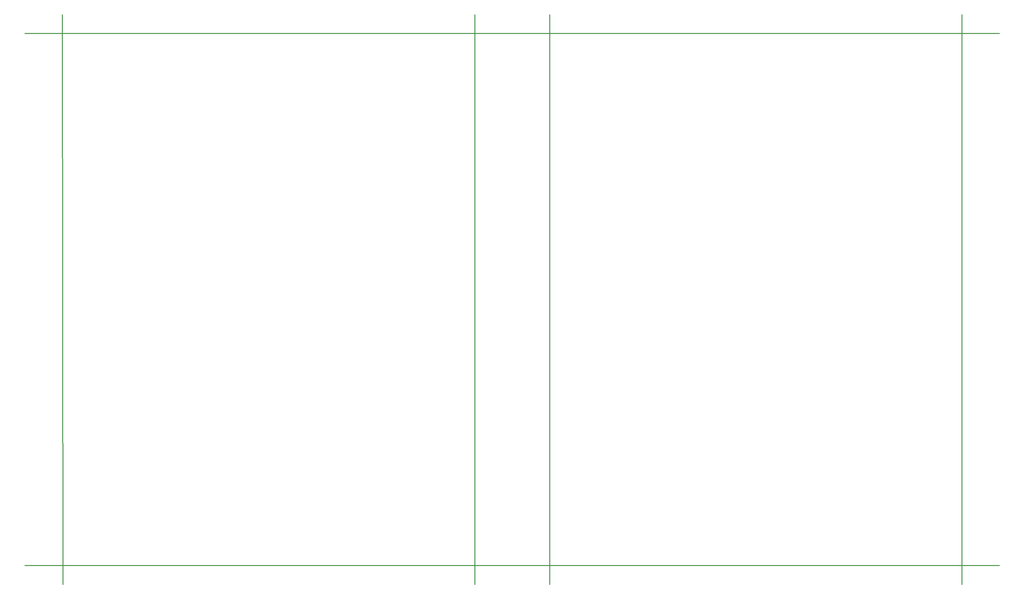
<source format=gm1>
G04*
G04 #@! TF.GenerationSoftware,Altium Limited,Altium Designer,18.0.7 (293)*
G04*
G04 Layer_Color=16777215*
%FSLAX25Y25*%
%MOIN*%
G70*
G01*
G75*
%ADD57C,0.01000*%
D57*
X0Y578740D02*
X1023622D01*
X551181Y598425D02*
X551181Y0D01*
X472441Y598425D02*
X472441Y0D01*
X984252Y598425D02*
X984252Y0D01*
X39370Y598425D02*
X40000Y0D01*
X0Y19685D02*
X1023622D01*
M02*

</source>
